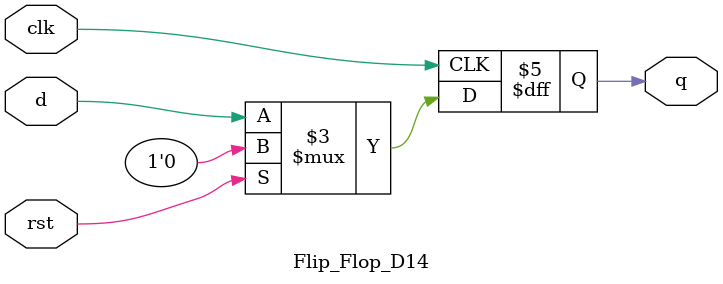
<source format=v>
`timescale 1ns / 1ps
module Flip_Flop_D14(

    input clk,
    input d,
    input rst,
    output reg q
    );

	 always @(posedge clk)
	 if (rst) 
	 q <= 0;
	 else
	 q <= d;
    


endmodule

</source>
